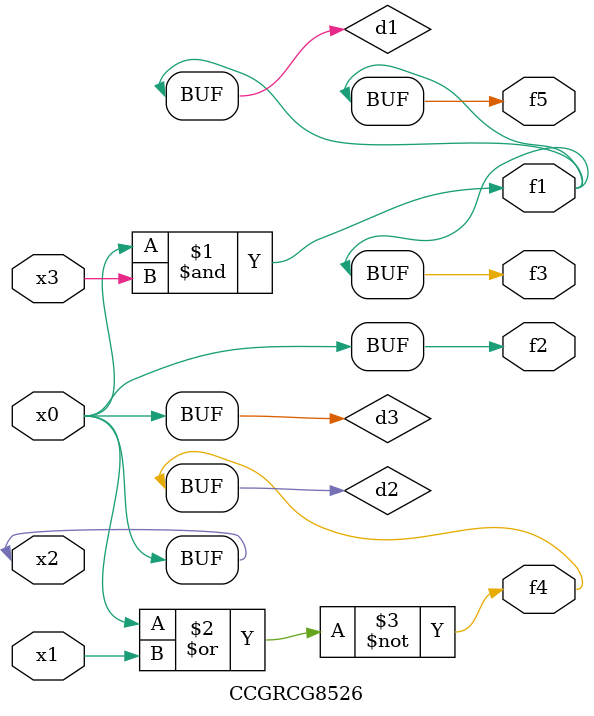
<source format=v>
module CCGRCG8526(
	input x0, x1, x2, x3,
	output f1, f2, f3, f4, f5
);

	wire d1, d2, d3;

	and (d1, x2, x3);
	nor (d2, x0, x1);
	buf (d3, x0, x2);
	assign f1 = d1;
	assign f2 = d3;
	assign f3 = d1;
	assign f4 = d2;
	assign f5 = d1;
endmodule

</source>
